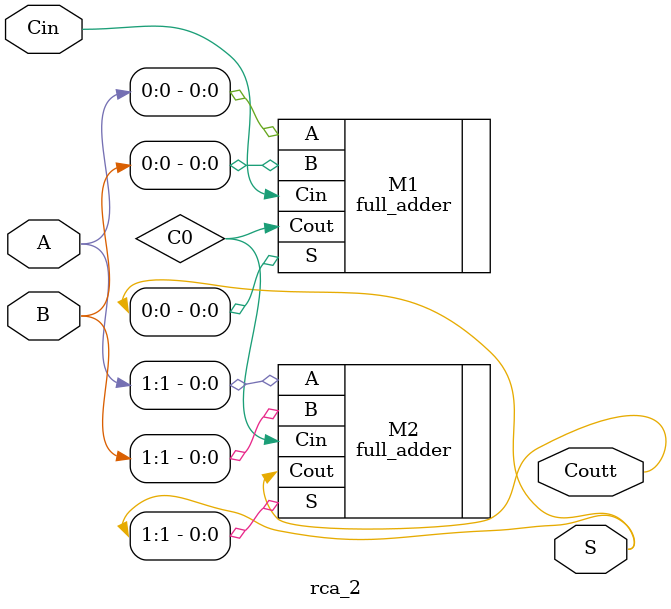
<source format=v>
`include "full_adder.v"
module rca_2(A,B,Cin,Coutt,S);
    input [1:0]A,B;
    input Cin;
    output [1:0]S;
    output Coutt;

    wire C0;

    full_adder M1 (.A(A[0]), .B(B[0]), .Cin(Cin), .S(S[0]), .Cout(C0));
    full_adder M2 (.A(A[1]), .B(B[1]), .Cin(C0), .S(S[1]), .Cout(Coutt));

endmodule
</source>
